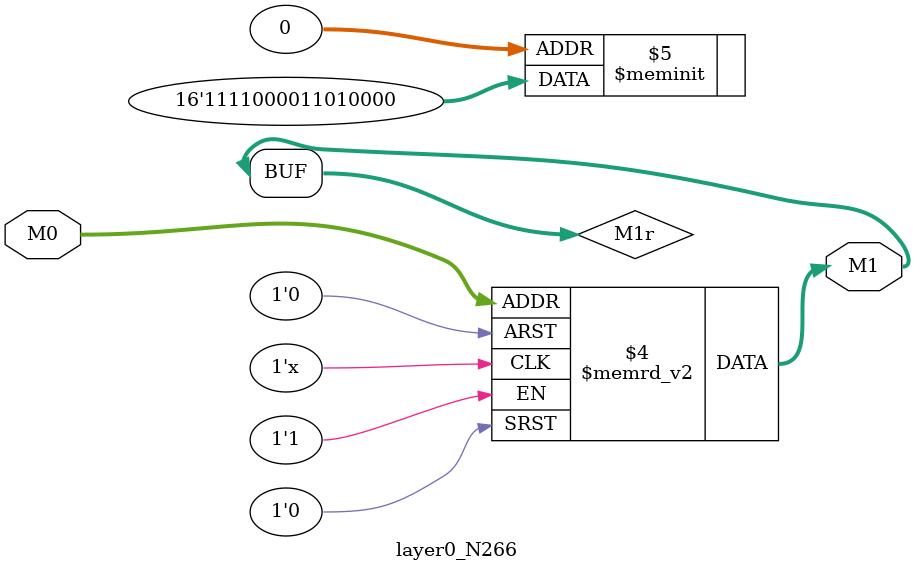
<source format=v>
module layer0_N266 ( input [2:0] M0, output [1:0] M1 );

	(*rom_style = "distributed" *) reg [1:0] M1r;
	assign M1 = M1r;
	always @ (M0) begin
		case (M0)
			3'b000: M1r = 2'b00;
			3'b100: M1r = 2'b00;
			3'b010: M1r = 2'b01;
			3'b110: M1r = 2'b11;
			3'b001: M1r = 2'b00;
			3'b101: M1r = 2'b00;
			3'b011: M1r = 2'b11;
			3'b111: M1r = 2'b11;

		endcase
	end
endmodule

</source>
